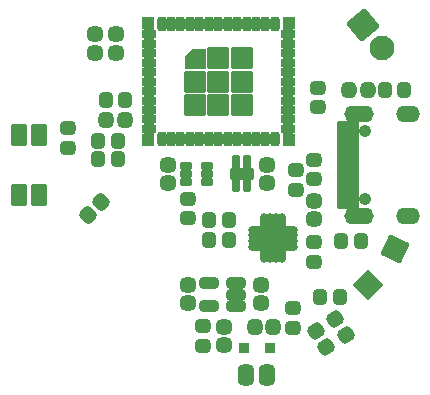
<source format=gts>
G04 #@! TF.GenerationSoftware,KiCad,Pcbnew,6.0.0-d3dd2cf0fa~116~ubuntu20.04.1*
G04 #@! TF.CreationDate,2022-04-29T13:41:16+00:00*
G04 #@! TF.ProjectId,PlantBuddy,506c616e-7442-4756-9464-792e6b696361,rev?*
G04 #@! TF.SameCoordinates,Original*
G04 #@! TF.FileFunction,Soldermask,Top*
G04 #@! TF.FilePolarity,Negative*
%FSLAX46Y46*%
G04 Gerber Fmt 4.6, Leading zero omitted, Abs format (unit mm)*
G04 Created by KiCad (PCBNEW 6.0.0-d3dd2cf0fa~116~ubuntu20.04.1) date 2022-04-29 13:41:16*
%MOMM*%
%LPD*%
G01*
G04 APERTURE LIST*
G04 Aperture macros list*
%AMRoundRect*
0 Rectangle with rounded corners*
0 $1 Rounding radius*
0 $2 $3 $4 $5 $6 $7 $8 $9 X,Y pos of 4 corners*
0 Add a 4 corners polygon primitive as box body*
4,1,4,$2,$3,$4,$5,$6,$7,$8,$9,$2,$3,0*
0 Add four circle primitives for the rounded corners*
1,1,$1+$1,$2,$3*
1,1,$1+$1,$4,$5*
1,1,$1+$1,$6,$7*
1,1,$1+$1,$8,$9*
0 Add four rect primitives between the rounded corners*
20,1,$1+$1,$2,$3,$4,$5,0*
20,1,$1+$1,$4,$5,$6,$7,0*
20,1,$1+$1,$6,$7,$8,$9,0*
20,1,$1+$1,$8,$9,$2,$3,0*%
%AMHorizOval*
0 Thick line with rounded ends*
0 $1 width*
0 $2 $3 position (X,Y) of the first rounded end (center of the circle)*
0 $4 $5 position (X,Y) of the second rounded end (center of the circle)*
0 Add line between two ends*
20,1,$1,$2,$3,$4,$5,0*
0 Add two circle primitives to create the rounded ends*
1,1,$1,$2,$3*
1,1,$1,$4,$5*%
G04 Aperture macros list end*
%ADD10C,0.010000*%
%ADD11RoundRect,0.400000X-0.200000X-0.275000X0.200000X-0.275000X0.200000X0.275000X-0.200000X0.275000X0*%
%ADD12RoundRect,0.425000X0.250000X-0.225000X0.250000X0.225000X-0.250000X0.225000X-0.250000X-0.225000X0*%
%ADD13RoundRect,0.450000X0.262500X0.450000X-0.262500X0.450000X-0.262500X-0.450000X0.262500X-0.450000X0*%
%ADD14RoundRect,0.400000X-0.275000X0.200000X-0.275000X-0.200000X0.275000X-0.200000X0.275000X0.200000X0*%
%ADD15RoundRect,0.400000X0.200000X0.275000X-0.200000X0.275000X-0.200000X-0.275000X0.200000X-0.275000X0*%
%ADD16RoundRect,0.418750X-0.335378X0.032211X-0.084438X-0.326168X0.335378X-0.032211X0.084438X0.326168X0*%
%ADD17RoundRect,0.262500X-0.375000X-0.062500X0.375000X-0.062500X0.375000X0.062500X-0.375000X0.062500X0*%
%ADD18RoundRect,0.262500X-0.062500X-0.375000X0.062500X-0.375000X0.062500X0.375000X-0.062500X0.375000X0*%
%ADD19RoundRect,0.200000X-0.800000X-0.800000X0.800000X-0.800000X0.800000X0.800000X-0.800000X0.800000X0*%
%ADD20RoundRect,0.350000X0.512500X0.150000X-0.512500X0.150000X-0.512500X-0.150000X0.512500X-0.150000X0*%
%ADD21C,1.050000*%
%ADD22RoundRect,0.200000X0.725000X-0.300000X0.725000X0.300000X-0.725000X0.300000X-0.725000X-0.300000X0*%
%ADD23RoundRect,0.200000X0.725000X-0.150000X0.725000X0.150000X-0.725000X0.150000X-0.725000X-0.150000X0*%
%ADD24O,2.500000X1.400000*%
%ADD25O,2.000000X1.400000*%
%ADD26RoundRect,0.200000X-0.500000X0.725000X-0.500000X-0.725000X0.500000X-0.725000X0.500000X0.725000X0*%
%ADD27RoundRect,0.200000X-0.104768X-1.197507X1.197507X-0.104768X0.104768X1.197507X-1.197507X0.104768X0*%
%ADD28HorizOval,2.100000X0.000000X0.000000X0.000000X0.000000X0*%
%ADD29RoundRect,0.200000X-0.400000X-0.200000X0.400000X-0.200000X0.400000X0.200000X-0.400000X0.200000X0*%
%ADD30RoundRect,0.200000X-0.200000X-0.400000X0.200000X-0.400000X0.200000X0.400000X-0.200000X0.400000X0*%
%ADD31RoundRect,0.200000X-0.725000X-0.725000X0.725000X-0.725000X0.725000X0.725000X-0.725000X0.725000X0*%
%ADD32RoundRect,0.200000X-0.350000X-0.350000X0.350000X-0.350000X0.350000X0.350000X-0.350000X0.350000X0*%
%ADD33RoundRect,0.425000X-0.250000X0.225000X-0.250000X-0.225000X0.250000X-0.225000X0.250000X0.225000X0*%
%ADD34RoundRect,0.418750X-0.218750X-0.256250X0.218750X-0.256250X0.218750X0.256250X-0.218750X0.256250X0*%
%ADD35RoundRect,0.200000X-1.060660X0.000000X0.000000X-1.060660X1.060660X0.000000X0.000000X1.060660X0*%
%ADD36RoundRect,0.400000X0.275000X-0.200000X0.275000X0.200000X-0.275000X0.200000X-0.275000X-0.200000X0*%
%ADD37RoundRect,0.200000X-0.250000X-0.250000X0.250000X-0.250000X0.250000X0.250000X-0.250000X0.250000X0*%
%ADD38RoundRect,0.425000X-0.225000X-0.250000X0.225000X-0.250000X0.225000X0.250000X-0.225000X0.250000X0*%
%ADD39RoundRect,0.200000X-0.996695X-0.362767X0.362767X-0.996695X0.996695X0.362767X-0.362767X0.996695X0*%
%ADD40RoundRect,0.275000X-0.250000X-0.075000X0.250000X-0.075000X0.250000X0.075000X-0.250000X0.075000X0*%
%ADD41RoundRect,0.425000X0.225000X0.250000X-0.225000X0.250000X-0.225000X-0.250000X0.225000X-0.250000X0*%
%ADD42RoundRect,0.214000X-0.161000X0.361000X-0.161000X-0.361000X0.161000X-0.361000X0.161000X0.361000X0*%
%ADD43RoundRect,0.200000X-0.800000X0.350000X-0.800000X-0.350000X0.800000X-0.350000X0.800000X0.350000X0*%
%ADD44RoundRect,0.425000X-0.017678X0.335876X-0.335876X0.017678X0.017678X-0.335876X0.335876X-0.017678X0*%
G04 APERTURE END LIST*
D10*
G04 #@! TO.C,U5*
X86724080Y-42256171D02*
X85074080Y-42256171D01*
X85074080Y-42256171D02*
X85074080Y-41266171D01*
X85074080Y-41266171D02*
X85734080Y-40606171D01*
X85734080Y-40606171D02*
X86724080Y-40606171D01*
X86724080Y-40606171D02*
X86724080Y-42256171D01*
G36*
X86724080Y-42256171D02*
G01*
X85074080Y-42256171D01*
X85074080Y-41266171D01*
X85734080Y-40606171D01*
X86724080Y-40606171D01*
X86724080Y-42256171D01*
G37*
X86724080Y-42256171D02*
X85074080Y-42256171D01*
X85074080Y-41266171D01*
X85734080Y-40606171D01*
X86724080Y-40606171D01*
X86724080Y-42256171D01*
G04 #@! TD*
D11*
G04 #@! TO.C,R6*
X87119080Y-55160171D03*
X88769080Y-55160171D03*
G04 #@! TD*
D12*
G04 #@! TO.C,C9*
X77403080Y-40949171D03*
X77403080Y-39399171D03*
G04 #@! TD*
D13*
G04 #@! TO.C,R16*
X92031580Y-68241171D03*
X90206580Y-68241171D03*
G04 #@! TD*
D12*
G04 #@! TO.C,C12*
X88325080Y-65714171D03*
X88325080Y-64164171D03*
G04 #@! TD*
D14*
G04 #@! TO.C,R9*
X86547080Y-64114171D03*
X86547080Y-65764171D03*
G04 #@! TD*
D12*
G04 #@! TO.C,C11*
X85277080Y-62171171D03*
X85277080Y-60621171D03*
G04 #@! TD*
G04 #@! TO.C,C8*
X79181080Y-40949171D03*
X79181080Y-39399171D03*
G04 #@! TD*
D15*
G04 #@! TO.C,R10*
X88769080Y-56811171D03*
X87119080Y-56811171D03*
G04 #@! TD*
G04 #@! TO.C,R13*
X79371080Y-48429171D03*
X77721080Y-48429171D03*
G04 #@! TD*
D16*
G04 #@! TO.C,D1*
X96128389Y-64548089D03*
X97031771Y-65838253D03*
G04 #@! TD*
D17*
G04 #@! TO.C,U4*
X91078580Y-55934171D03*
X91078580Y-56434171D03*
X91078580Y-56934171D03*
X91078580Y-57434171D03*
D18*
X91766080Y-58121671D03*
X92266080Y-58121671D03*
X92766080Y-58121671D03*
X93266080Y-58121671D03*
D17*
X93953580Y-57434171D03*
X93953580Y-56934171D03*
X93953580Y-56434171D03*
X93953580Y-55934171D03*
D18*
X93266080Y-55246671D03*
X92766080Y-55246671D03*
X92266080Y-55246671D03*
X91766080Y-55246671D03*
D19*
X92516080Y-56684171D03*
G04 #@! TD*
D20*
G04 #@! TO.C,U6*
X89406580Y-62396171D03*
X89406580Y-61446171D03*
X89406580Y-60496171D03*
X87131580Y-60496171D03*
X87131580Y-62396171D03*
G04 #@! TD*
D21*
G04 #@! TO.C,J1*
X100330080Y-47571171D03*
X100330080Y-53351171D03*
D22*
X98885080Y-53711171D03*
X98885080Y-52911171D03*
D23*
X98885080Y-51711171D03*
X98885080Y-50711171D03*
X98885080Y-50211171D03*
X98885080Y-49211171D03*
D22*
X98885080Y-48011171D03*
X98885080Y-47211171D03*
X98885080Y-47211171D03*
X98885080Y-48011171D03*
D23*
X98885080Y-48711171D03*
X98885080Y-49711171D03*
X98885080Y-51211171D03*
X98885080Y-52211171D03*
D22*
X98885080Y-52911171D03*
X98885080Y-53711171D03*
D24*
X99800080Y-54781171D03*
X99800080Y-46141171D03*
D25*
X103980080Y-54781171D03*
X103980080Y-46141171D03*
G04 #@! TD*
D26*
G04 #@! TO.C,SW1*
X70965080Y-47886171D03*
X70965080Y-53036171D03*
X72665080Y-53036171D03*
X72665080Y-47886171D03*
G04 #@! TD*
D14*
G04 #@! TO.C,R3*
X94421080Y-50906171D03*
X94421080Y-52556171D03*
G04 #@! TD*
D15*
G04 #@! TO.C,R8*
X80006080Y-45000171D03*
X78356080Y-45000171D03*
G04 #@! TD*
G04 #@! TO.C,R15*
X98167080Y-61637171D03*
X96517080Y-61637171D03*
G04 #@! TD*
D27*
G04 #@! TO.C,LS1*
X100136080Y-38650171D03*
D28*
X101768761Y-40595924D03*
G04 #@! TD*
D29*
G04 #@! TO.C,U5*
X81974080Y-39406171D03*
X81974080Y-40206171D03*
X81974080Y-41006171D03*
X81974080Y-41806171D03*
X81974080Y-42606171D03*
X81974080Y-43406171D03*
X81974080Y-44206171D03*
X81974080Y-45006171D03*
X81974080Y-45806171D03*
X81974080Y-46606171D03*
X81974080Y-47406171D03*
D30*
X83074080Y-48306171D03*
X83874080Y-48306171D03*
X84674080Y-48306171D03*
X85474080Y-48306171D03*
X86274080Y-48306171D03*
X87074080Y-48306171D03*
X87874080Y-48306171D03*
X88674080Y-48306171D03*
X89474080Y-48306171D03*
X90274080Y-48306171D03*
X91074080Y-48306171D03*
X91874080Y-48306171D03*
X92674080Y-48306171D03*
D29*
X93774080Y-47406171D03*
X93774080Y-46606171D03*
X93774080Y-45806171D03*
X93774080Y-45006171D03*
X93774080Y-44206171D03*
X93774080Y-43406171D03*
X93774080Y-42606171D03*
X93774080Y-41806171D03*
X93774080Y-41006171D03*
X93774080Y-40206171D03*
X93774080Y-39406171D03*
D30*
X92674080Y-38506171D03*
X91874080Y-38506171D03*
X91074080Y-38506171D03*
X90274080Y-38506171D03*
X89474080Y-38506171D03*
X88674080Y-38506171D03*
X87874080Y-38506171D03*
X87074080Y-38506171D03*
X86274080Y-38506171D03*
X85474080Y-38506171D03*
X84674080Y-38506171D03*
X83874080Y-38506171D03*
X83074080Y-38506171D03*
D31*
X87874080Y-41431171D03*
X89849080Y-41431171D03*
X89849080Y-43406171D03*
X89849080Y-45381171D03*
X87874080Y-45381171D03*
X85899080Y-45381171D03*
X85899080Y-43406171D03*
X87874080Y-43406171D03*
D32*
X93824080Y-38456171D03*
X93824080Y-48356171D03*
X81924080Y-48356171D03*
X81924080Y-38456171D03*
G04 #@! TD*
D33*
G04 #@! TO.C,C5*
X95945080Y-53496171D03*
X95945080Y-55046171D03*
G04 #@! TD*
D34*
G04 #@! TO.C,D4*
X98967580Y-44111171D03*
X100542580Y-44111171D03*
G04 #@! TD*
D35*
G04 #@! TO.C,J3*
X100517080Y-60621171D03*
G04 #@! TD*
D14*
G04 #@! TO.C,R1*
X95945080Y-50017171D03*
X95945080Y-51667171D03*
G04 #@! TD*
D36*
G04 #@! TO.C,R12*
X94167080Y-64240171D03*
X94167080Y-62590171D03*
G04 #@! TD*
D37*
G04 #@! TO.C,D3*
X90019080Y-65955171D03*
X92219080Y-65955171D03*
G04 #@! TD*
D38*
G04 #@! TO.C,C7*
X90979080Y-64177171D03*
X92529080Y-64177171D03*
G04 #@! TD*
D36*
G04 #@! TO.C,R11*
X95945080Y-58652171D03*
X95945080Y-57002171D03*
G04 #@! TD*
D14*
G04 #@! TO.C,R4*
X85277080Y-53319171D03*
X85277080Y-54969171D03*
G04 #@! TD*
D15*
G04 #@! TO.C,R17*
X103628080Y-44111171D03*
X101978080Y-44111171D03*
G04 #@! TD*
D39*
G04 #@! TO.C,J2*
X102803080Y-57573171D03*
G04 #@! TD*
D40*
G04 #@! TO.C,U1*
X85139080Y-50573171D03*
X85139080Y-51223171D03*
X85139080Y-51873171D03*
X86939080Y-51873171D03*
X86939080Y-51223171D03*
X86939080Y-50573171D03*
G04 #@! TD*
D41*
G04 #@! TO.C,C3*
X79956080Y-46651171D03*
X78406080Y-46651171D03*
G04 #@! TD*
D15*
G04 #@! TO.C,R14*
X79371080Y-49953171D03*
X77721080Y-49953171D03*
G04 #@! TD*
D14*
G04 #@! TO.C,R7*
X75117080Y-47350171D03*
X75117080Y-49000171D03*
G04 #@! TD*
D33*
G04 #@! TO.C,C2*
X92008080Y-50448171D03*
X92008080Y-51998171D03*
G04 #@! TD*
D16*
G04 #@! TO.C,D2*
X97779389Y-63532089D03*
X98682771Y-64822253D03*
G04 #@! TD*
D33*
G04 #@! TO.C,C1*
X83626080Y-50448171D03*
X83626080Y-51998171D03*
G04 #@! TD*
D15*
G04 #@! TO.C,R5*
X99945080Y-56938171D03*
X98295080Y-56938171D03*
G04 #@! TD*
D12*
G04 #@! TO.C,C10*
X91500080Y-62171171D03*
X91500080Y-60621171D03*
G04 #@! TD*
D14*
G04 #@! TO.C,R2*
X96326080Y-43921171D03*
X96326080Y-45571171D03*
G04 #@! TD*
D42*
G04 #@! TO.C,U2*
X90349080Y-50253171D03*
X89349080Y-50253171D03*
X89349080Y-52193171D03*
X90349080Y-52193171D03*
D43*
X89849080Y-51223171D03*
G04 #@! TD*
D44*
G04 #@! TO.C,C6*
X77951088Y-53596163D03*
X76855072Y-54692179D03*
G04 #@! TD*
M02*

</source>
